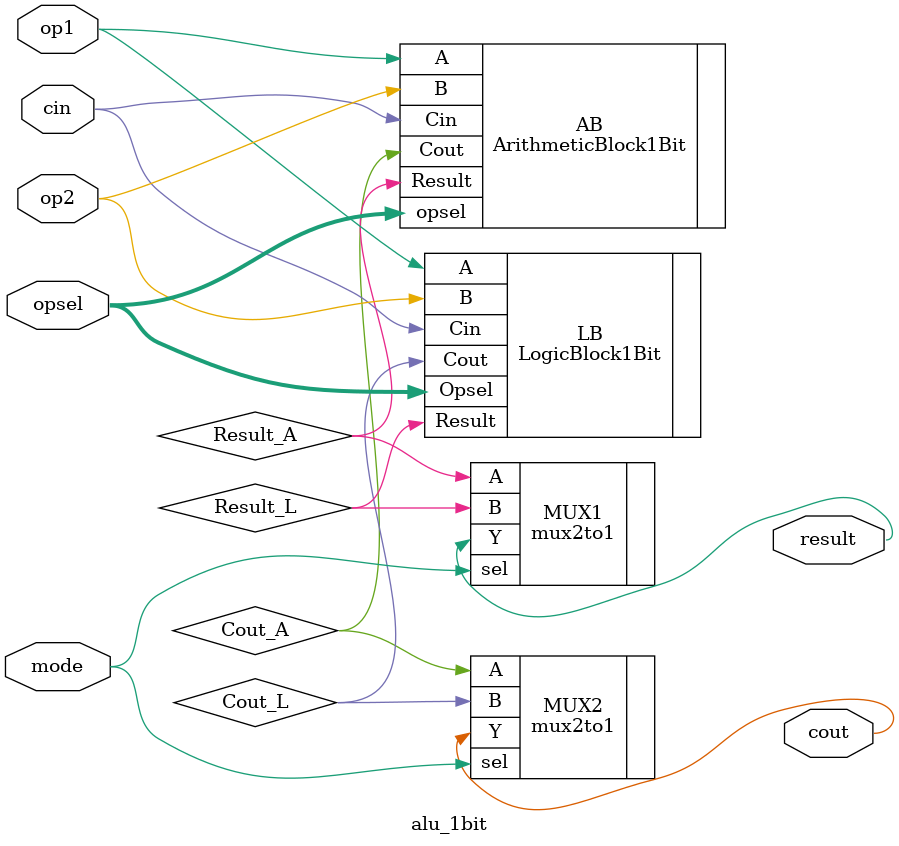
<source format=sv>
`timescale 1ns / 1ps


module alu_1bit ( op1 , op2 , cin, opsel , mode , result , cout);

    input  logic        op1 ;
    input  logic        op2 ;
    input  logic        cin ;
    input  logic [ 2:0] opsel ;
    input  logic        mode ;
    output logic        result ;
    output logic        cout ;
  //  output logic        c_flag ;
  //  output logic        z_flag ;
  //  output logic        o_flag ;
  //  output logic        s_flag ;
    wire Result_A;
    wire Cout_A;
    wire Result_L;
    wire Cout_L;
  
  ArithmeticBlock1Bit AB(
    .A(op1),
    .B(op2),
    .Cin(cin),
    .opsel(opsel),
    .Result(Result_A),
    .Cout(Cout_A)
  );
  
  LogicBlock1Bit LB(
    .A(op1),
    .B(op2),
    .Cin(cin),
    .Opsel(opsel),
    .Result(Result_L),
    .Cout(Cout_L)
  );
  
  mux2to1 MUX1(
    .A(Result_A),
    .B(Result_L),
    .sel(mode),
    .Y(result)
  );
  
  mux2to1 MUX2(
    .A(Cout_A),
    .B(Cout_L),
    .sel(mode),
    .Y(cout)
  );

endmodule

</source>
